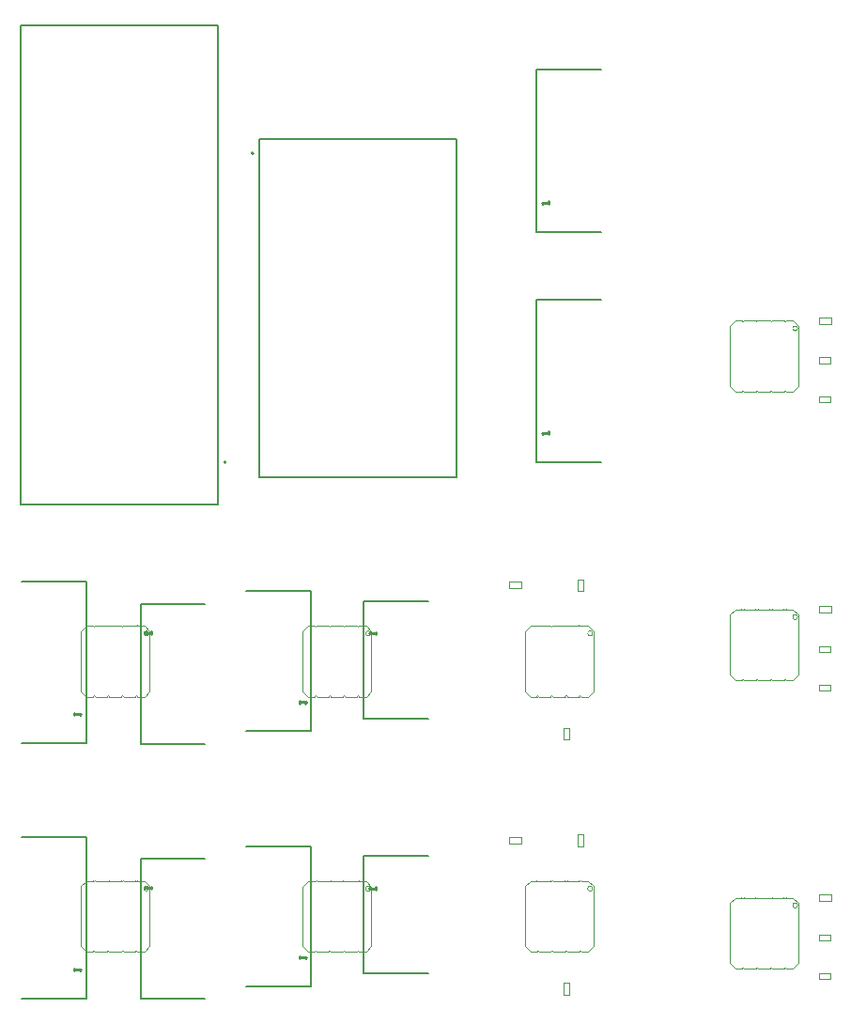
<source format=gbr>
%TF.GenerationSoftware,Altium Limited,Altium Designer,24.3.1 (35)*%
G04 Layer_Color=16711935*
%FSLAX45Y45*%
%MOMM*%
%TF.SameCoordinates,065391E9-2A1D-4ECE-AA0D-878B158C5FC5*%
%TF.FilePolarity,Positive*%
%TF.FileFunction,Other,Mechanical_13*%
%TF.Part,CustomerPanel*%
G01*
G75*
%TA.AperFunction,NonConductor*%
%ADD29C,0.20000*%
%ADD30C,0.12700*%
%ADD32C,0.00000*%
%ADD33C,0.25400*%
%ADD54C,0.05000*%
%ADD55C,0.10000*%
D29*
X1899800Y4996000D02*
G03*
X1899800Y4996000I-10000J0D01*
G01*
X2146100Y7776600D02*
G03*
X2146100Y7776600I-10000J0D01*
G01*
D30*
X50800Y4615001D02*
X1828800D01*
X50800D02*
Y8933001D01*
X1828800D01*
Y4615001D02*
Y8933001D01*
X3975100Y4855600D02*
Y7903600D01*
X2197100D02*
X3975100D01*
X2197100Y4855600D02*
Y7903600D01*
Y4855600D02*
X3975100D01*
X4697598Y8530001D02*
X5277602D01*
X4697598Y7069999D02*
Y8530001D01*
Y7069999D02*
X5277602D01*
X4697598Y4995000D02*
X5277602D01*
X4697598D02*
Y6455002D01*
X5277602D01*
X56398Y158999D02*
X636402D01*
Y1619001D01*
X56398D02*
X636402D01*
X1128898Y1417401D02*
X1708902D01*
X1128898Y157399D02*
Y1417401D01*
Y157399D02*
X1708902D01*
X56398Y2458999D02*
X636402D01*
Y3919001D01*
X56398D02*
X636402D01*
X1128898Y3717401D02*
X1708902D01*
X1128898Y2457399D02*
Y3717401D01*
Y2457399D02*
X1708902D01*
X3139998Y384399D02*
X3720002D01*
X3139998D02*
Y1444401D01*
X3720002D01*
X2081798Y271699D02*
X2661802D01*
Y1531701D01*
X2081798D02*
X2661802D01*
X3139998Y2684398D02*
X3720002D01*
X3139998D02*
Y3744401D01*
X3720002D01*
X2081798Y2571699D02*
X2661802D01*
Y3831701D01*
X2081798D02*
X2661802D01*
D32*
X1204061Y1151700D02*
G03*
X1204061Y1151700I-22361J0D01*
G01*
Y3451700D02*
G03*
X1204061Y3451700I-22361J0D01*
G01*
X3202361Y1150000D02*
G03*
X3202361Y1150000I-22361J0D01*
G01*
Y3450000D02*
G03*
X3202361Y3450000I-22361J0D01*
G01*
X7051661Y999300D02*
G03*
X7051661Y999300I-22361J0D01*
G01*
Y3599300D02*
G03*
X7051661Y3599300I-22361J0D01*
G01*
Y6199300D02*
G03*
X7051661Y6199300I-22361J0D01*
G01*
X5204060Y1151700D02*
G03*
X5204060Y1151700I-22361J0D01*
G01*
Y3451700D02*
G03*
X5204060Y3451700I-22361J0D01*
G01*
D33*
X4807600Y7325000D02*
Y7345313D01*
Y7335157D01*
X4746660D01*
X4756816Y7325000D01*
X4807600Y5250001D02*
Y5270315D01*
Y5260158D01*
X4746660D01*
X4756816Y5250001D01*
X526400Y414000D02*
Y434313D01*
Y424157D01*
X587340D01*
X577184Y414000D01*
X1228900Y1167400D02*
Y1147087D01*
Y1157243D01*
X1167960D01*
X1178117Y1167400D01*
X526400Y2714000D02*
Y2734313D01*
Y2724157D01*
X587340D01*
X577184Y2714000D01*
X1228900Y3467400D02*
Y3447087D01*
Y3457243D01*
X1167960D01*
X1178117Y3467400D01*
X3249914Y1164578D02*
Y1144250D01*
Y1154414D01*
X3188930D01*
X3199094Y1164578D01*
X2561800Y521700D02*
Y542013D01*
Y531857D01*
X2622740D01*
X2612584Y521700D01*
X3249914Y3464578D02*
Y3444250D01*
Y3454414D01*
X3188930D01*
X3199094Y3464578D01*
X2561800Y2821700D02*
Y2842013D01*
Y2831857D01*
X2622740D01*
X2612584Y2821700D01*
D54*
X711700Y591700D02*
G03*
X701700Y581700I0J-10000D01*
G01*
X721700D02*
G03*
X711700Y591700I-10000J0D01*
G01*
X836688Y591483D02*
G03*
X826688Y581483I0J-10000D01*
G01*
X846691D02*
G03*
X836691Y591483I-10000J0D01*
G01*
X1101700Y581700D02*
G03*
X1091700Y591700I-10000J0D01*
G01*
D02*
G03*
X1081700Y581700I0J-10000D01*
G01*
X976700D02*
G03*
X966700Y591700I-10000J0D01*
G01*
D02*
G03*
X956700Y581700I0J-10000D01*
G01*
X1091700Y1211700D02*
G03*
X1101700Y1221700I0J10000D01*
G01*
X1081700D02*
G03*
X1091700Y1211700I10000J0D01*
G01*
X966700D02*
G03*
X976700Y1221700I0J10000D01*
G01*
X956700D02*
G03*
X966700Y1211700I10000J0D01*
G01*
X836700D02*
G03*
X846700Y1221700I0J10000D01*
G01*
X826700D02*
G03*
X836700Y1211700I10000J0D01*
G01*
X711700D02*
G03*
X721700Y1221700I0J10000D01*
G01*
X701700D02*
G03*
X711700Y1211700I10000J0D01*
G01*
X591698Y631698D02*
X641701Y581701D01*
X701700D01*
X721700D02*
X826699D01*
X976701D02*
X1081700D01*
X846699D02*
X956701D01*
X1101700D02*
X1161699D01*
X1211702Y631698D01*
Y1171702D01*
X1161699Y1221699D02*
X1211702Y1171702D01*
X1101700Y1221699D02*
X1161699D01*
X976701D02*
X1081700D01*
X846699D02*
X956701D01*
X721700D02*
X826699D01*
X591698Y631698D02*
Y1171702D01*
X641701Y1221699D01*
X701700D01*
X711700Y2891700D02*
G03*
X701700Y2881700I0J-10000D01*
G01*
X721700D02*
G03*
X711700Y2891700I-10000J0D01*
G01*
X836688Y2891483D02*
G03*
X826688Y2881483I0J-10000D01*
G01*
X846691D02*
G03*
X836691Y2891483I-10000J0D01*
G01*
X1101700Y2881700D02*
G03*
X1091700Y2891700I-10000J0D01*
G01*
D02*
G03*
X1081700Y2881700I0J-10000D01*
G01*
X976700D02*
G03*
X966700Y2891700I-10000J0D01*
G01*
D02*
G03*
X956700Y2881700I0J-10000D01*
G01*
X1091700Y3511700D02*
G03*
X1101700Y3521700I0J10000D01*
G01*
X1081700D02*
G03*
X1091700Y3511700I10000J0D01*
G01*
X966700D02*
G03*
X976700Y3521700I0J10000D01*
G01*
X956700D02*
G03*
X966700Y3511700I10000J0D01*
G01*
X836700D02*
G03*
X846700Y3521700I0J10000D01*
G01*
X826700D02*
G03*
X836700Y3511700I10000J0D01*
G01*
X711700D02*
G03*
X721700Y3521700I0J10000D01*
G01*
X701700D02*
G03*
X711700Y3511700I10000J0D01*
G01*
X591698Y2931698D02*
X641701Y2881701D01*
X701700D01*
X721700D02*
X826699D01*
X976701D02*
X1081700D01*
X846699D02*
X956701D01*
X1101700D02*
X1161699D01*
X1211702Y2931698D01*
Y3471702D01*
X1161699Y3521699D02*
X1211702Y3471702D01*
X1101700Y3521699D02*
X1161699D01*
X976701D02*
X1081700D01*
X846699D02*
X956701D01*
X721700D02*
X826699D01*
X591698Y2931698D02*
Y3471702D01*
X641701Y3521699D01*
X701700D01*
X2710000Y590000D02*
G03*
X2700000Y580000I0J-10000D01*
G01*
X2720000D02*
G03*
X2710000Y590000I-10000J0D01*
G01*
X2834988Y589783D02*
G03*
X2824988Y579783I0J-10000D01*
G01*
X2844991D02*
G03*
X2834991Y589783I-10000J0D01*
G01*
X3100000Y580000D02*
G03*
X3090000Y590000I-10000J0D01*
G01*
D02*
G03*
X3080000Y580000I0J-10000D01*
G01*
X2975000D02*
G03*
X2965000Y590000I-10000J0D01*
G01*
D02*
G03*
X2955000Y580000I0J-10000D01*
G01*
X3090000Y1210000D02*
G03*
X3100000Y1220000I0J10000D01*
G01*
X3080000D02*
G03*
X3090000Y1210000I10000J0D01*
G01*
X2965000D02*
G03*
X2975000Y1220000I0J10000D01*
G01*
X2955000D02*
G03*
X2965000Y1210000I10000J0D01*
G01*
X2835000D02*
G03*
X2845000Y1220000I0J10000D01*
G01*
X2825000D02*
G03*
X2835000Y1210000I10000J0D01*
G01*
X2710000D02*
G03*
X2720000Y1220000I0J10000D01*
G01*
X2700000D02*
G03*
X2710000Y1210000I10000J0D01*
G01*
X2590001Y630001D02*
X2639999Y579999D01*
X2699999D01*
X2719999D02*
X2825002D01*
X2974999D02*
X3079998D01*
X2845002D02*
X2954999D01*
X3099998D02*
X3159998D01*
X3210000Y630001D01*
Y1170000D01*
X3159998Y1220003D02*
X3210000Y1170000D01*
X3099998Y1220003D02*
X3159998D01*
X2974999D02*
X3079998D01*
X2845002D02*
X2954999D01*
X2719999D02*
X2825002D01*
X2590001Y630001D02*
Y1170000D01*
X2639999Y1220003D01*
X2699999D01*
X2710000Y2890000D02*
G03*
X2700000Y2880000I0J-10000D01*
G01*
X2720000D02*
G03*
X2710000Y2890000I-10000J0D01*
G01*
X2834988Y2889783D02*
G03*
X2824988Y2879783I0J-10000D01*
G01*
X2844991D02*
G03*
X2834991Y2889783I-10000J0D01*
G01*
X3100000Y2880000D02*
G03*
X3090000Y2890000I-10000J0D01*
G01*
D02*
G03*
X3080000Y2880000I0J-10000D01*
G01*
X2975000D02*
G03*
X2965000Y2890000I-10000J0D01*
G01*
D02*
G03*
X2955000Y2880000I0J-10000D01*
G01*
X3090000Y3510000D02*
G03*
X3100000Y3520000I0J10000D01*
G01*
X3080000D02*
G03*
X3090000Y3510000I10000J0D01*
G01*
X2965000D02*
G03*
X2975000Y3520000I0J10000D01*
G01*
X2955000D02*
G03*
X2965000Y3510000I10000J0D01*
G01*
X2835000D02*
G03*
X2845000Y3520000I0J10000D01*
G01*
X2825000D02*
G03*
X2835000Y3510000I10000J0D01*
G01*
X2710000D02*
G03*
X2720000Y3520000I0J10000D01*
G01*
X2700000D02*
G03*
X2710000Y3510000I10000J0D01*
G01*
X2590001Y2930001D02*
X2639999Y2879999D01*
X2699999D01*
X2719999D02*
X2825002D01*
X2974999D02*
X3079998D01*
X2845002D02*
X2954999D01*
X3099998D02*
X3159998D01*
X3210000Y2930001D01*
Y3470000D01*
X3159998Y3520003D02*
X3210000Y3470000D01*
X3099998Y3520003D02*
X3159998D01*
X2974999D02*
X3079998D01*
X2845002D02*
X2954999D01*
X2719999D02*
X2825002D01*
X2590001Y2930001D02*
Y3470000D01*
X2639999Y3520003D01*
X2699999D01*
X6559300Y439300D02*
G03*
X6549300Y429300I0J-10000D01*
G01*
X6569300D02*
G03*
X6559300Y439300I-10000J0D01*
G01*
X6684288Y439083D02*
G03*
X6674288Y429083I0J-10000D01*
G01*
X6694291D02*
G03*
X6684291Y439083I-10000J0D01*
G01*
X6949300Y429300D02*
G03*
X6939300Y439300I-10000J0D01*
G01*
D02*
G03*
X6929300Y429300I0J-10000D01*
G01*
X6824300D02*
G03*
X6814300Y439300I-10000J0D01*
G01*
D02*
G03*
X6804300Y429300I0J-10000D01*
G01*
X6939300Y1059300D02*
G03*
X6949300Y1069300I0J10000D01*
G01*
X6929300D02*
G03*
X6939300Y1059300I10000J0D01*
G01*
X6814300D02*
G03*
X6824300Y1069300I0J10000D01*
G01*
X6804300D02*
G03*
X6814300Y1059300I10000J0D01*
G01*
X6684300D02*
G03*
X6694300Y1069300I0J10000D01*
G01*
X6674300D02*
G03*
X6684300Y1059300I10000J0D01*
G01*
X6559300D02*
G03*
X6569300Y1069300I0J10000D01*
G01*
X6549300D02*
G03*
X6559300Y1059300I10000J0D01*
G01*
X6439298Y479298D02*
X6489300Y429301D01*
X6549300D01*
X6569300D02*
X6674299D01*
X6824301D02*
X6929300D01*
X6694299D02*
X6804301D01*
X6949300D02*
X7009299D01*
X7059302Y479298D01*
Y1019302D01*
X7009299Y1069299D02*
X7059302Y1019302D01*
X6949300Y1069299D02*
X7009299D01*
X6824301D02*
X6929300D01*
X6694299D02*
X6804301D01*
X6569300D02*
X6674299D01*
X6439298Y479298D02*
Y1019302D01*
X6489300Y1069299D01*
X6549300D01*
X6559300Y3039300D02*
G03*
X6549300Y3029300I0J-10000D01*
G01*
X6569300D02*
G03*
X6559300Y3039300I-10000J0D01*
G01*
X6684288Y3039083D02*
G03*
X6674288Y3029083I0J-10000D01*
G01*
X6694291D02*
G03*
X6684291Y3039083I-10000J0D01*
G01*
X6949300Y3029300D02*
G03*
X6939300Y3039300I-10000J0D01*
G01*
D02*
G03*
X6929300Y3029300I0J-10000D01*
G01*
X6824300D02*
G03*
X6814300Y3039300I-10000J0D01*
G01*
D02*
G03*
X6804300Y3029300I0J-10000D01*
G01*
X6939300Y3659300D02*
G03*
X6949300Y3669300I0J10000D01*
G01*
X6929300D02*
G03*
X6939300Y3659300I10000J0D01*
G01*
X6814300D02*
G03*
X6824300Y3669300I0J10000D01*
G01*
X6804300D02*
G03*
X6814300Y3659300I10000J0D01*
G01*
X6684300D02*
G03*
X6694300Y3669300I0J10000D01*
G01*
X6674300D02*
G03*
X6684300Y3659300I10000J0D01*
G01*
X6559300D02*
G03*
X6569300Y3669300I0J10000D01*
G01*
X6549300D02*
G03*
X6559300Y3659300I10000J0D01*
G01*
X6439298Y3079298D02*
X6489300Y3029301D01*
X6549300D01*
X6569300D02*
X6674299D01*
X6824301D02*
X6929300D01*
X6694299D02*
X6804301D01*
X6949300D02*
X7009299D01*
X7059302Y3079298D01*
Y3619302D01*
X7009299Y3669299D02*
X7059302Y3619302D01*
X6949300Y3669299D02*
X7009299D01*
X6824301D02*
X6929300D01*
X6694299D02*
X6804301D01*
X6569300D02*
X6674299D01*
X6439298Y3079298D02*
Y3619302D01*
X6489300Y3669299D01*
X6549300D01*
X6559300Y5639300D02*
G03*
X6549300Y5629300I0J-10000D01*
G01*
X6569300D02*
G03*
X6559300Y5639300I-10000J0D01*
G01*
X6684288Y5639083D02*
G03*
X6674288Y5629083I0J-10000D01*
G01*
X6694291D02*
G03*
X6684291Y5639083I-10000J0D01*
G01*
X6949300Y5629300D02*
G03*
X6939300Y5639300I-10000J0D01*
G01*
D02*
G03*
X6929300Y5629300I0J-10000D01*
G01*
X6824300D02*
G03*
X6814300Y5639300I-10000J0D01*
G01*
D02*
G03*
X6804300Y5629300I0J-10000D01*
G01*
X6939300Y6259300D02*
G03*
X6949300Y6269300I0J10000D01*
G01*
X6929300D02*
G03*
X6939300Y6259300I10000J0D01*
G01*
X6814300D02*
G03*
X6824300Y6269300I0J10000D01*
G01*
X6804300D02*
G03*
X6814300Y6259300I10000J0D01*
G01*
X6684300D02*
G03*
X6694300Y6269300I0J10000D01*
G01*
X6674300D02*
G03*
X6684300Y6259300I10000J0D01*
G01*
X6559300D02*
G03*
X6569300Y6269300I0J10000D01*
G01*
X6549300D02*
G03*
X6559300Y6259300I10000J0D01*
G01*
X6439298Y5679298D02*
X6489300Y5629301D01*
X6549300D01*
X6569300D02*
X6674299D01*
X6824301D02*
X6929300D01*
X6694299D02*
X6804301D01*
X6949300D02*
X7009299D01*
X7059302Y5679298D01*
Y6219302D01*
X7009299Y6269300D02*
X7059302Y6219302D01*
X6949300Y6269300D02*
X7009299D01*
X6824301D02*
X6929300D01*
X6694299D02*
X6804301D01*
X6569300D02*
X6674299D01*
X6439298Y5679298D02*
Y6219302D01*
X6489300Y6269300D01*
X6549300D01*
X4711700Y591700D02*
G03*
X4701700Y581700I0J-10000D01*
G01*
X4721700D02*
G03*
X4711700Y591700I-10000J0D01*
G01*
X4836688Y591483D02*
G03*
X4826688Y581483I0J-10000D01*
G01*
X4846691D02*
G03*
X4836691Y591483I-10000J0D01*
G01*
X5101700Y581700D02*
G03*
X5091700Y591700I-10000J0D01*
G01*
D02*
G03*
X5081700Y581700I0J-10000D01*
G01*
X4976700D02*
G03*
X4966700Y591700I-10000J0D01*
G01*
D02*
G03*
X4956700Y581700I0J-10000D01*
G01*
X5091700Y1211700D02*
G03*
X5101700Y1221700I0J10000D01*
G01*
X5081700D02*
G03*
X5091700Y1211700I10000J0D01*
G01*
X4966700D02*
G03*
X4976700Y1221700I0J10000D01*
G01*
X4956700D02*
G03*
X4966700Y1211700I10000J0D01*
G01*
X4836700D02*
G03*
X4846700Y1221700I0J10000D01*
G01*
X4826700D02*
G03*
X4836700Y1211700I10000J0D01*
G01*
X4711700D02*
G03*
X4721700Y1221700I0J10000D01*
G01*
X4701700D02*
G03*
X4711700Y1211700I10000J0D01*
G01*
X4591698Y631698D02*
X4641700Y581701D01*
X4701700D01*
X4721700D02*
X4826699D01*
X4976701D02*
X5081700D01*
X4846699D02*
X4956701D01*
X5101699D02*
X5161699D01*
X5211702Y631698D01*
Y1171702D01*
X5161699Y1221699D02*
X5211702Y1171702D01*
X5101699Y1221699D02*
X5161699D01*
X4976701D02*
X5081700D01*
X4846699D02*
X4956701D01*
X4721700D02*
X4826699D01*
X4591698Y631698D02*
Y1171702D01*
X4641700Y1221699D01*
X4701700D01*
X4711700Y2891700D02*
G03*
X4701700Y2881700I0J-10000D01*
G01*
X4721700D02*
G03*
X4711700Y2891700I-10000J0D01*
G01*
X4836688Y2891483D02*
G03*
X4826688Y2881483I0J-10000D01*
G01*
X4846691D02*
G03*
X4836691Y2891483I-10000J0D01*
G01*
X5101700Y2881700D02*
G03*
X5091700Y2891700I-10000J0D01*
G01*
D02*
G03*
X5081700Y2881700I0J-10000D01*
G01*
X4976700D02*
G03*
X4966700Y2891700I-10000J0D01*
G01*
D02*
G03*
X4956700Y2881700I0J-10000D01*
G01*
X5091700Y3511700D02*
G03*
X5101700Y3521700I0J10000D01*
G01*
X5081700D02*
G03*
X5091700Y3511700I10000J0D01*
G01*
X4966700D02*
G03*
X4976700Y3521700I0J10000D01*
G01*
X4956700D02*
G03*
X4966700Y3511700I10000J0D01*
G01*
X4836700D02*
G03*
X4846700Y3521700I0J10000D01*
G01*
X4826700D02*
G03*
X4836700Y3511700I10000J0D01*
G01*
X4711700D02*
G03*
X4721700Y3521700I0J10000D01*
G01*
X4701700D02*
G03*
X4711700Y3511700I10000J0D01*
G01*
X4591698Y2931698D02*
X4641700Y2881701D01*
X4701700D01*
X4721700D02*
X4826699D01*
X4976701D02*
X5081700D01*
X4846699D02*
X4956701D01*
X5101699D02*
X5161699D01*
X5211702Y2931698D01*
Y3471702D01*
X5161699Y3521699D02*
X5211702Y3471702D01*
X5101699Y3521699D02*
X5161699D01*
X4976701D02*
X5081700D01*
X4846699D02*
X4956701D01*
X4721700D02*
X4826699D01*
X4591698Y2931698D02*
Y3471702D01*
X4641700Y3521699D01*
X4701700D01*
D55*
X7240399Y1096797D02*
X7350401D01*
X7240399Y1036798D02*
X7350401D01*
X7240399D02*
Y1096797D01*
X7350401Y1036798D02*
Y1096797D01*
X7242903Y333702D02*
X7347902D01*
X7242903Y388698D02*
X7347902D01*
Y333702D02*
Y388698D01*
X7242903Y333702D02*
Y388698D01*
X7242898Y683702D02*
X7347902D01*
X7242898Y738698D02*
X7347902D01*
Y683702D02*
Y738698D01*
X7242898Y683702D02*
Y738698D01*
X7240399Y3696798D02*
X7350401D01*
X7240399Y3636798D02*
X7350401D01*
X7240399D02*
Y3696798D01*
X7350401Y3636798D02*
Y3696798D01*
X7242903Y2933702D02*
X7347902D01*
X7242903Y2988698D02*
X7347902D01*
Y2933702D02*
Y2988698D01*
X7242903Y2933702D02*
Y2988698D01*
X7242898Y3283702D02*
X7347902D01*
X7242898Y3338698D02*
X7347902D01*
Y3283702D02*
Y3338698D01*
X7242898Y3283702D02*
Y3338698D01*
X7240399Y6296798D02*
X7350401D01*
X7240399Y6236798D02*
X7350401D01*
X7240399D02*
Y6296798D01*
X7350401Y6236798D02*
Y6296798D01*
X7242903Y5533702D02*
X7347902D01*
X7242903Y5588698D02*
X7347902D01*
Y5533702D02*
Y5588698D01*
X7242903Y5533702D02*
Y5588698D01*
X7242898Y5883702D02*
X7347902D01*
X7242898Y5938698D02*
X7347902D01*
Y5883702D02*
Y5938698D01*
X7242898Y5883702D02*
Y5938698D01*
X5119698Y1534998D02*
Y1640002D01*
X5064702Y1534998D02*
Y1640002D01*
X5119698D01*
X5064702Y1534998D02*
X5119698D01*
X4939102Y195697D02*
Y300700D01*
X4994098Y195697D02*
Y300700D01*
X4939102Y195697D02*
X4994098D01*
X4939102Y300700D02*
X4994098D01*
X4452999Y1557503D02*
X4563001D01*
X4452999Y1617502D02*
X4563001D01*
Y1557503D02*
Y1617502D01*
X4452999Y1557503D02*
Y1617502D01*
X5119698Y3834998D02*
Y3940002D01*
X5064702Y3834998D02*
Y3940002D01*
X5119698D01*
X5064702Y3834998D02*
X5119698D01*
X4939102Y2495697D02*
Y2600700D01*
X4994098Y2495697D02*
Y2600700D01*
X4939102Y2495697D02*
X4994098D01*
X4939102Y2600700D02*
X4994098D01*
X4452999Y3857503D02*
X4563001D01*
X4452999Y3917502D02*
X4563001D01*
Y3857503D02*
Y3917502D01*
X4452999Y3857503D02*
Y3917502D01*
%TF.MD5,152e8693f853b7652acf31eadecce145*%
M02*

</source>
